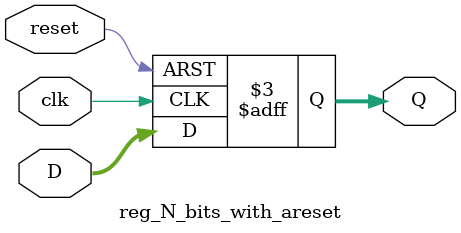
<source format=v>
module reg_N_bits_with_areset
#(parameter N = 8)
(input reset, clk,
input [N-1:0] D,
output reg [N-1:0] Q);

	always @ (posedge clk, posedge reset)
		if(reset == 1'b1) Q <= {N{1'b0}};
		else Q <= D;
		
endmodule

</source>
